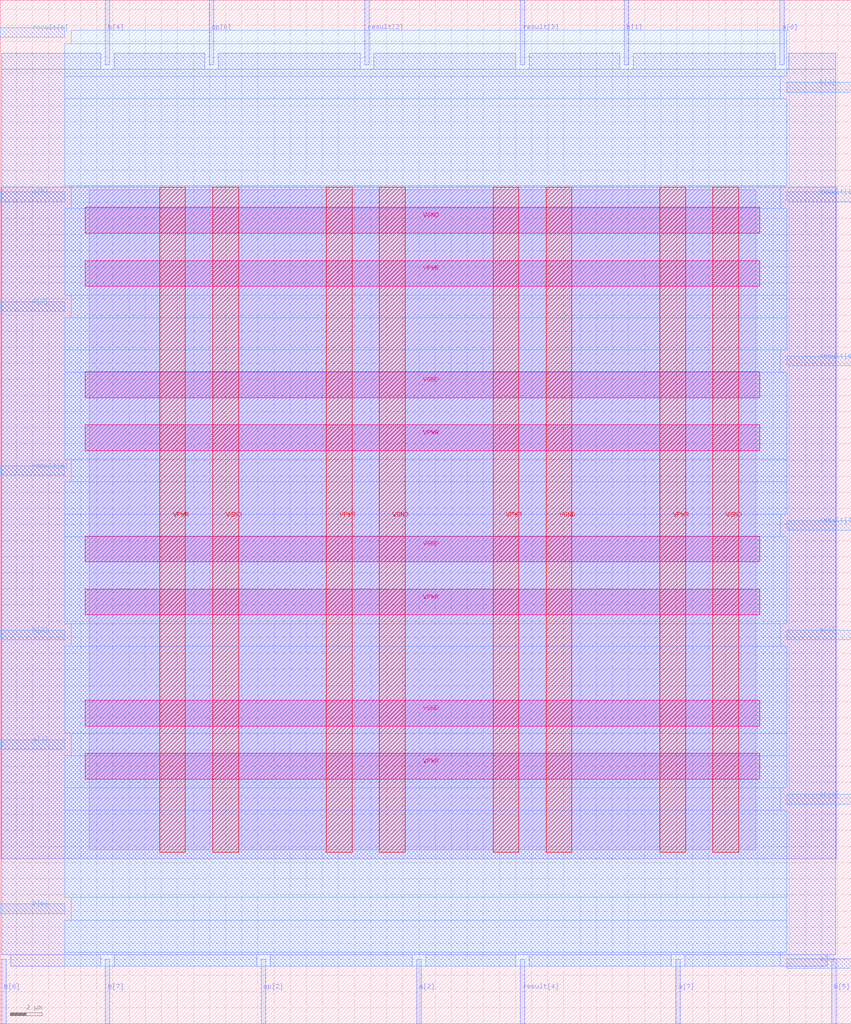
<source format=lef>
VERSION 5.7 ;
  NOWIREEXTENSIONATPIN ON ;
  DIVIDERCHAR "/" ;
  BUSBITCHARS "[]" ;
MACRO alu
  CLASS BLOCK ;
  FOREIGN alu ;
  ORIGIN 0.000 0.000 ;
  SIZE 52.835 BY 63.555 ;
  PIN VGND
    DIRECTION INOUT ;
    USE GROUND ;
    PORT
      LAYER met4 ;
        RECT 13.195 10.640 14.795 51.920 ;
    END
    PORT
      LAYER met4 ;
        RECT 23.545 10.640 25.145 51.920 ;
    END
    PORT
      LAYER met4 ;
        RECT 33.895 10.640 35.495 51.920 ;
    END
    PORT
      LAYER met4 ;
        RECT 44.245 10.640 45.845 51.920 ;
    END
    PORT
      LAYER met5 ;
        RECT 5.280 18.480 47.160 20.080 ;
    END
    PORT
      LAYER met5 ;
        RECT 5.280 28.680 47.160 30.280 ;
    END
    PORT
      LAYER met5 ;
        RECT 5.280 38.880 47.160 40.480 ;
    END
    PORT
      LAYER met5 ;
        RECT 5.280 49.080 47.160 50.680 ;
    END
  END VGND
  PIN VPWR
    DIRECTION INOUT ;
    USE POWER ;
    PORT
      LAYER met4 ;
        RECT 9.895 10.640 11.495 51.920 ;
    END
    PORT
      LAYER met4 ;
        RECT 20.245 10.640 21.845 51.920 ;
    END
    PORT
      LAYER met4 ;
        RECT 30.595 10.640 32.195 51.920 ;
    END
    PORT
      LAYER met4 ;
        RECT 40.945 10.640 42.545 51.920 ;
    END
    PORT
      LAYER met5 ;
        RECT 5.280 15.180 47.160 16.780 ;
    END
    PORT
      LAYER met5 ;
        RECT 5.280 25.380 47.160 26.980 ;
    END
    PORT
      LAYER met5 ;
        RECT 5.280 35.580 47.160 37.180 ;
    END
    PORT
      LAYER met5 ;
        RECT 5.280 45.780 47.160 47.380 ;
    END
  END VPWR
  PIN a[0]
    DIRECTION INPUT ;
    USE SIGNAL ;
    ANTENNAGATEAREA 0.196500 ;
    PORT
      LAYER met3 ;
        RECT 48.835 3.440 52.835 4.040 ;
    END
  END a[0]
  PIN a[1]
    DIRECTION INPUT ;
    USE SIGNAL ;
    ANTENNAGATEAREA 0.126000 ;
    PORT
      LAYER met3 ;
        RECT 48.835 23.840 52.835 24.440 ;
    END
  END a[1]
  PIN a[2]
    DIRECTION INPUT ;
    USE SIGNAL ;
    ANTENNAGATEAREA 0.213000 ;
    PORT
      LAYER met2 ;
        RECT 25.850 0.000 26.130 4.000 ;
    END
  END a[2]
  PIN a[3]
    DIRECTION INPUT ;
    USE SIGNAL ;
    ANTENNAGATEAREA 0.126000 ;
    PORT
      LAYER met3 ;
        RECT 0.000 44.240 4.000 44.840 ;
    END
  END a[3]
  PIN a[4]
    DIRECTION INPUT ;
    USE SIGNAL ;
    ANTENNAGATEAREA 0.213000 ;
    PORT
      LAYER met3 ;
        RECT 0.000 17.040 4.000 17.640 ;
    END
  END a[4]
  PIN a[5]
    DIRECTION INPUT ;
    USE SIGNAL ;
    ANTENNAGATEAREA 0.126000 ;
    PORT
      LAYER met3 ;
        RECT 0.000 51.040 4.000 51.640 ;
    END
  END a[5]
  PIN a[6]
    DIRECTION INPUT ;
    USE SIGNAL ;
    ANTENNAGATEAREA 0.213000 ;
    PORT
      LAYER met2 ;
        RECT 48.390 59.555 48.670 63.555 ;
    END
  END a[6]
  PIN a[7]
    DIRECTION INPUT ;
    USE SIGNAL ;
    ANTENNAGATEAREA 0.196500 ;
    PORT
      LAYER met2 ;
        RECT 41.950 0.000 42.230 4.000 ;
    END
  END a[7]
  PIN b[0]
    DIRECTION INPUT ;
    USE SIGNAL ;
    ANTENNAGATEAREA 0.159000 ;
    PORT
      LAYER met3 ;
        RECT 0.000 6.840 4.000 7.440 ;
    END
  END b[0]
  PIN b[1]
    DIRECTION INPUT ;
    USE SIGNAL ;
    ANTENNAGATEAREA 0.213000 ;
    PORT
      LAYER met2 ;
        RECT 38.730 59.555 39.010 63.555 ;
    END
  END b[1]
  PIN b[2]
    DIRECTION INPUT ;
    USE SIGNAL ;
    ANTENNAGATEAREA 0.159000 ;
    PORT
      LAYER met3 ;
        RECT 48.835 57.840 52.835 58.440 ;
    END
  END b[2]
  PIN b[3]
    DIRECTION INPUT ;
    USE SIGNAL ;
    ANTENNAGATEAREA 0.213000 ;
    PORT
      LAYER met3 ;
        RECT 0.000 23.840 4.000 24.440 ;
    END
  END b[3]
  PIN b[4]
    DIRECTION INPUT ;
    USE SIGNAL ;
    ANTENNAGATEAREA 0.213000 ;
    PORT
      LAYER met2 ;
        RECT 6.530 59.555 6.810 63.555 ;
    END
  END b[4]
  PIN b[5]
    DIRECTION INPUT ;
    USE SIGNAL ;
    ANTENNAGATEAREA 0.213000 ;
    PORT
      LAYER met2 ;
        RECT 51.610 0.000 51.890 4.000 ;
    END
  END b[5]
  PIN b[6]
    DIRECTION INPUT ;
    USE SIGNAL ;
    ANTENNAGATEAREA 0.213000 ;
    PORT
      LAYER met2 ;
        RECT 0.090 0.000 0.370 4.000 ;
    END
  END b[6]
  PIN b[7]
    DIRECTION INPUT ;
    USE SIGNAL ;
    ANTENNAGATEAREA 0.126000 ;
    PORT
      LAYER met2 ;
        RECT 6.530 0.000 6.810 4.000 ;
    END
  END b[7]
  PIN op[0]
    DIRECTION INPUT ;
    USE SIGNAL ;
    ANTENNAGATEAREA 0.213000 ;
    PORT
      LAYER met2 ;
        RECT 12.970 59.555 13.250 63.555 ;
    END
  END op[0]
  PIN op[1]
    DIRECTION INPUT ;
    USE SIGNAL ;
    ANTENNAGATEAREA 0.213000 ;
    PORT
      LAYER met3 ;
        RECT 48.835 13.640 52.835 14.240 ;
    END
  END op[1]
  PIN op[2]
    DIRECTION INPUT ;
    USE SIGNAL ;
    ANTENNAGATEAREA 0.213000 ;
    PORT
      LAYER met2 ;
        RECT 16.190 0.000 16.470 4.000 ;
    END
  END op[2]
  PIN result[0]
    DIRECTION OUTPUT TRISTATE ;
    USE SIGNAL ;
    ANTENNADIFFAREA 0.795200 ;
    PORT
      LAYER met3 ;
        RECT 48.835 40.840 52.835 41.440 ;
    END
  END result[0]
  PIN result[1]
    DIRECTION OUTPUT TRISTATE ;
    USE SIGNAL ;
    ANTENNADIFFAREA 0.795200 ;
    PORT
      LAYER met3 ;
        RECT 48.835 51.040 52.835 51.640 ;
    END
  END result[1]
  PIN result[2]
    DIRECTION OUTPUT TRISTATE ;
    USE SIGNAL ;
    ANTENNADIFFAREA 0.795200 ;
    PORT
      LAYER met2 ;
        RECT 22.630 59.555 22.910 63.555 ;
    END
  END result[2]
  PIN result[3]
    DIRECTION OUTPUT TRISTATE ;
    USE SIGNAL ;
    ANTENNADIFFAREA 0.795200 ;
    PORT
      LAYER met2 ;
        RECT 32.290 59.555 32.570 63.555 ;
    END
  END result[3]
  PIN result[4]
    DIRECTION OUTPUT TRISTATE ;
    USE SIGNAL ;
    ANTENNADIFFAREA 0.795200 ;
    PORT
      LAYER met2 ;
        RECT 32.290 0.000 32.570 4.000 ;
    END
  END result[4]
  PIN result[5]
    DIRECTION OUTPUT TRISTATE ;
    USE SIGNAL ;
    ANTENNADIFFAREA 0.795200 ;
    PORT
      LAYER met3 ;
        RECT 0.000 34.040 4.000 34.640 ;
    END
  END result[5]
  PIN result[6]
    DIRECTION OUTPUT TRISTATE ;
    USE SIGNAL ;
    ANTENNADIFFAREA 0.795200 ;
    PORT
      LAYER met3 ;
        RECT 0.000 61.240 4.000 61.840 ;
    END
  END result[6]
  PIN result[7]
    DIRECTION OUTPUT TRISTATE ;
    USE SIGNAL ;
    ANTENNADIFFAREA 0.445500 ;
    PORT
      LAYER met3 ;
        RECT 48.835 30.640 52.835 31.240 ;
    END
  END result[7]
  OBS
      LAYER li1 ;
        RECT 5.520 10.795 46.920 51.765 ;
      LAYER met1 ;
        RECT 0.070 10.240 51.910 51.920 ;
      LAYER met2 ;
        RECT 0.100 59.275 6.250 60.250 ;
        RECT 7.090 59.275 12.690 60.250 ;
        RECT 13.530 59.275 22.350 60.250 ;
        RECT 23.190 59.275 32.010 60.250 ;
        RECT 32.850 59.275 38.450 60.250 ;
        RECT 39.290 59.275 48.110 60.250 ;
        RECT 48.950 59.275 51.880 60.250 ;
        RECT 0.100 4.280 51.880 59.275 ;
        RECT 0.650 3.555 6.250 4.280 ;
        RECT 7.090 3.555 15.910 4.280 ;
        RECT 16.750 3.555 25.570 4.280 ;
        RECT 26.410 3.555 32.010 4.280 ;
        RECT 32.850 3.555 41.670 4.280 ;
        RECT 42.510 3.555 51.330 4.280 ;
      LAYER met3 ;
        RECT 4.400 60.840 48.835 61.690 ;
        RECT 4.000 58.840 48.835 60.840 ;
        RECT 4.000 57.440 48.435 58.840 ;
        RECT 4.000 52.040 48.835 57.440 ;
        RECT 4.400 50.640 48.435 52.040 ;
        RECT 4.000 45.240 48.835 50.640 ;
        RECT 4.400 43.840 48.835 45.240 ;
        RECT 4.000 41.840 48.835 43.840 ;
        RECT 4.000 40.440 48.435 41.840 ;
        RECT 4.000 35.040 48.835 40.440 ;
        RECT 4.400 33.640 48.835 35.040 ;
        RECT 4.000 31.640 48.835 33.640 ;
        RECT 4.000 30.240 48.435 31.640 ;
        RECT 4.000 24.840 48.835 30.240 ;
        RECT 4.400 23.440 48.435 24.840 ;
        RECT 4.000 18.040 48.835 23.440 ;
        RECT 4.400 16.640 48.835 18.040 ;
        RECT 4.000 14.640 48.835 16.640 ;
        RECT 4.000 13.240 48.435 14.640 ;
        RECT 4.000 7.840 48.835 13.240 ;
        RECT 4.400 6.440 48.835 7.840 ;
        RECT 4.000 4.440 48.835 6.440 ;
        RECT 4.000 3.575 48.435 4.440 ;
  END
END alu
END LIBRARY


</source>
